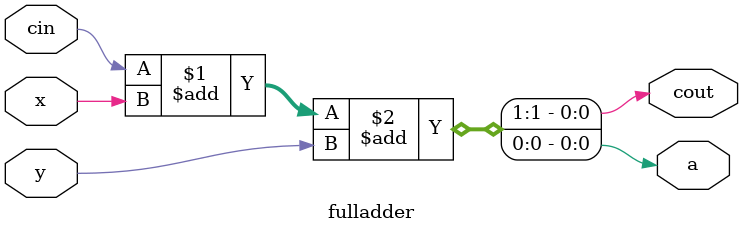
<source format=v>
module fulladder(
    input x,
    input y,
    input cin,
    output a,
    output cout
);

assign{cout,a} = cin+x+y;

endmodule
</source>
